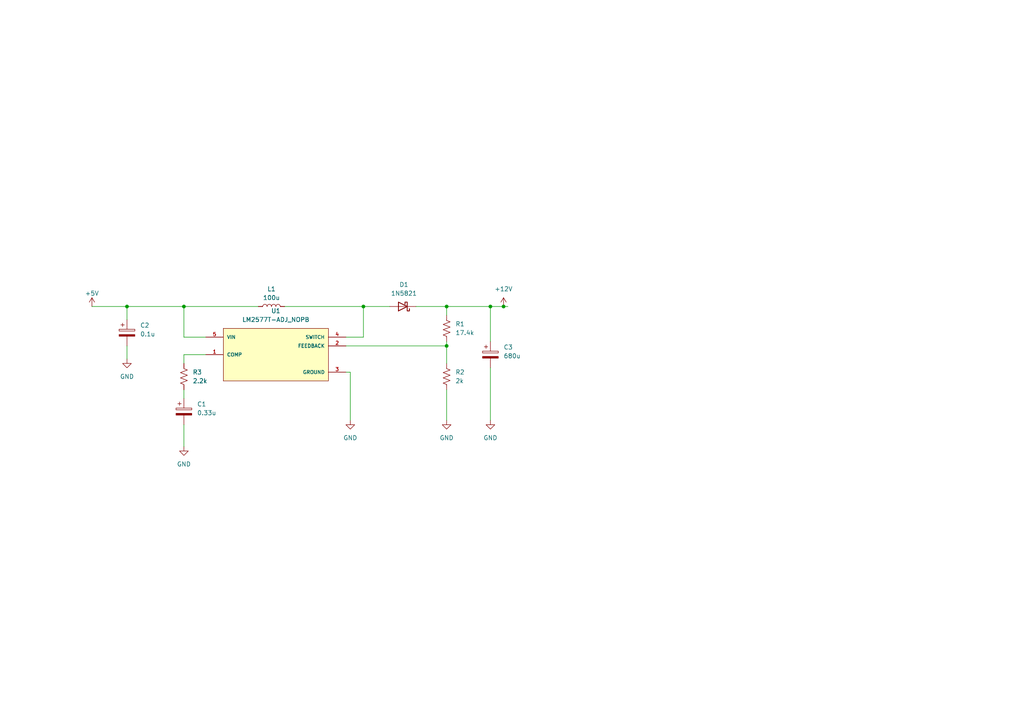
<source format=kicad_sch>
(kicad_sch (version 20230121) (generator eeschema)

  (uuid 12b623c8-eb9d-48e4-a6a1-1528014fcd9a)

  (paper "A4")

  (lib_symbols
    (symbol "Device:C_Polarized" (pin_numbers hide) (pin_names (offset 0.254)) (in_bom yes) (on_board yes)
      (property "Reference" "C" (at 0.635 2.54 0)
        (effects (font (size 1.27 1.27)) (justify left))
      )
      (property "Value" "C_Polarized" (at 0.635 -2.54 0)
        (effects (font (size 1.27 1.27)) (justify left))
      )
      (property "Footprint" "" (at 0.9652 -3.81 0)
        (effects (font (size 1.27 1.27)) hide)
      )
      (property "Datasheet" "~" (at 0 0 0)
        (effects (font (size 1.27 1.27)) hide)
      )
      (property "ki_keywords" "cap capacitor" (at 0 0 0)
        (effects (font (size 1.27 1.27)) hide)
      )
      (property "ki_description" "Polarized capacitor" (at 0 0 0)
        (effects (font (size 1.27 1.27)) hide)
      )
      (property "ki_fp_filters" "CP_*" (at 0 0 0)
        (effects (font (size 1.27 1.27)) hide)
      )
      (symbol "C_Polarized_0_1"
        (rectangle (start -2.286 0.508) (end 2.286 1.016)
          (stroke (width 0) (type default))
          (fill (type none))
        )
        (polyline
          (pts
            (xy -1.778 2.286)
            (xy -0.762 2.286)
          )
          (stroke (width 0) (type default))
          (fill (type none))
        )
        (polyline
          (pts
            (xy -1.27 2.794)
            (xy -1.27 1.778)
          )
          (stroke (width 0) (type default))
          (fill (type none))
        )
        (rectangle (start 2.286 -0.508) (end -2.286 -1.016)
          (stroke (width 0) (type default))
          (fill (type outline))
        )
      )
      (symbol "C_Polarized_1_1"
        (pin passive line (at 0 3.81 270) (length 2.794)
          (name "~" (effects (font (size 1.27 1.27))))
          (number "1" (effects (font (size 1.27 1.27))))
        )
        (pin passive line (at 0 -3.81 90) (length 2.794)
          (name "~" (effects (font (size 1.27 1.27))))
          (number "2" (effects (font (size 1.27 1.27))))
        )
      )
    )
    (symbol "Device:L" (pin_numbers hide) (pin_names (offset 1.016) hide) (in_bom yes) (on_board yes)
      (property "Reference" "L" (at -1.27 0 90)
        (effects (font (size 1.27 1.27)))
      )
      (property "Value" "L" (at 1.905 0 90)
        (effects (font (size 1.27 1.27)))
      )
      (property "Footprint" "" (at 0 0 0)
        (effects (font (size 1.27 1.27)) hide)
      )
      (property "Datasheet" "~" (at 0 0 0)
        (effects (font (size 1.27 1.27)) hide)
      )
      (property "ki_keywords" "inductor choke coil reactor magnetic" (at 0 0 0)
        (effects (font (size 1.27 1.27)) hide)
      )
      (property "ki_description" "Inductor" (at 0 0 0)
        (effects (font (size 1.27 1.27)) hide)
      )
      (property "ki_fp_filters" "Choke_* *Coil* Inductor_* L_*" (at 0 0 0)
        (effects (font (size 1.27 1.27)) hide)
      )
      (symbol "L_0_1"
        (arc (start 0 -2.54) (mid 0.6323 -1.905) (end 0 -1.27)
          (stroke (width 0) (type default))
          (fill (type none))
        )
        (arc (start 0 -1.27) (mid 0.6323 -0.635) (end 0 0)
          (stroke (width 0) (type default))
          (fill (type none))
        )
        (arc (start 0 0) (mid 0.6323 0.635) (end 0 1.27)
          (stroke (width 0) (type default))
          (fill (type none))
        )
        (arc (start 0 1.27) (mid 0.6323 1.905) (end 0 2.54)
          (stroke (width 0) (type default))
          (fill (type none))
        )
      )
      (symbol "L_1_1"
        (pin passive line (at 0 3.81 270) (length 1.27)
          (name "1" (effects (font (size 1.27 1.27))))
          (number "1" (effects (font (size 1.27 1.27))))
        )
        (pin passive line (at 0 -3.81 90) (length 1.27)
          (name "2" (effects (font (size 1.27 1.27))))
          (number "2" (effects (font (size 1.27 1.27))))
        )
      )
    )
    (symbol "Device:R_US" (pin_numbers hide) (pin_names (offset 0)) (in_bom yes) (on_board yes)
      (property "Reference" "R" (at 2.54 0 90)
        (effects (font (size 1.27 1.27)))
      )
      (property "Value" "R_US" (at -2.54 0 90)
        (effects (font (size 1.27 1.27)))
      )
      (property "Footprint" "" (at 1.016 -0.254 90)
        (effects (font (size 1.27 1.27)) hide)
      )
      (property "Datasheet" "~" (at 0 0 0)
        (effects (font (size 1.27 1.27)) hide)
      )
      (property "ki_keywords" "R res resistor" (at 0 0 0)
        (effects (font (size 1.27 1.27)) hide)
      )
      (property "ki_description" "Resistor, US symbol" (at 0 0 0)
        (effects (font (size 1.27 1.27)) hide)
      )
      (property "ki_fp_filters" "R_*" (at 0 0 0)
        (effects (font (size 1.27 1.27)) hide)
      )
      (symbol "R_US_0_1"
        (polyline
          (pts
            (xy 0 -2.286)
            (xy 0 -2.54)
          )
          (stroke (width 0) (type default))
          (fill (type none))
        )
        (polyline
          (pts
            (xy 0 2.286)
            (xy 0 2.54)
          )
          (stroke (width 0) (type default))
          (fill (type none))
        )
        (polyline
          (pts
            (xy 0 -0.762)
            (xy 1.016 -1.143)
            (xy 0 -1.524)
            (xy -1.016 -1.905)
            (xy 0 -2.286)
          )
          (stroke (width 0) (type default))
          (fill (type none))
        )
        (polyline
          (pts
            (xy 0 0.762)
            (xy 1.016 0.381)
            (xy 0 0)
            (xy -1.016 -0.381)
            (xy 0 -0.762)
          )
          (stroke (width 0) (type default))
          (fill (type none))
        )
        (polyline
          (pts
            (xy 0 2.286)
            (xy 1.016 1.905)
            (xy 0 1.524)
            (xy -1.016 1.143)
            (xy 0 0.762)
          )
          (stroke (width 0) (type default))
          (fill (type none))
        )
      )
      (symbol "R_US_1_1"
        (pin passive line (at 0 3.81 270) (length 1.27)
          (name "~" (effects (font (size 1.27 1.27))))
          (number "1" (effects (font (size 1.27 1.27))))
        )
        (pin passive line (at 0 -3.81 90) (length 1.27)
          (name "~" (effects (font (size 1.27 1.27))))
          (number "2" (effects (font (size 1.27 1.27))))
        )
      )
    )
    (symbol "Diode:1N5821" (pin_numbers hide) (pin_names (offset 1.016) hide) (in_bom yes) (on_board yes)
      (property "Reference" "D" (at 0 2.54 0)
        (effects (font (size 1.27 1.27)))
      )
      (property "Value" "1N5821" (at 0 -2.54 0)
        (effects (font (size 1.27 1.27)))
      )
      (property "Footprint" "Diode_THT:D_DO-201AD_P15.24mm_Horizontal" (at 0 -4.445 0)
        (effects (font (size 1.27 1.27)) hide)
      )
      (property "Datasheet" "http://www.vishay.com/docs/88526/1n5820.pdf" (at 0 0 0)
        (effects (font (size 1.27 1.27)) hide)
      )
      (property "ki_keywords" "diode Schottky" (at 0 0 0)
        (effects (font (size 1.27 1.27)) hide)
      )
      (property "ki_description" "30V 3A Schottky Barrier Rectifier Diode, DO-201AD" (at 0 0 0)
        (effects (font (size 1.27 1.27)) hide)
      )
      (property "ki_fp_filters" "D*DO?201AD*" (at 0 0 0)
        (effects (font (size 1.27 1.27)) hide)
      )
      (symbol "1N5821_0_1"
        (polyline
          (pts
            (xy 1.27 0)
            (xy -1.27 0)
          )
          (stroke (width 0) (type default))
          (fill (type none))
        )
        (polyline
          (pts
            (xy 1.27 1.27)
            (xy 1.27 -1.27)
            (xy -1.27 0)
            (xy 1.27 1.27)
          )
          (stroke (width 0.254) (type default))
          (fill (type none))
        )
        (polyline
          (pts
            (xy -1.905 0.635)
            (xy -1.905 1.27)
            (xy -1.27 1.27)
            (xy -1.27 -1.27)
            (xy -0.635 -1.27)
            (xy -0.635 -0.635)
          )
          (stroke (width 0.254) (type default))
          (fill (type none))
        )
      )
      (symbol "1N5821_1_1"
        (pin passive line (at -3.81 0 0) (length 2.54)
          (name "K" (effects (font (size 1.27 1.27))))
          (number "1" (effects (font (size 1.27 1.27))))
        )
        (pin passive line (at 3.81 0 180) (length 2.54)
          (name "A" (effects (font (size 1.27 1.27))))
          (number "2" (effects (font (size 1.27 1.27))))
        )
      )
    )
    (symbol "LM2577T-ADJ_NOPB:LM2577T-ADJ_NOPB" (pin_names (offset 1.016)) (in_bom yes) (on_board yes)
      (property "Reference" "U" (at -15.24 8.382 0)
        (effects (font (size 1.27 1.27)) (justify left bottom))
      )
      (property "Value" "LM2577T-ADJ_NOPB" (at -15.24 -10.16 0)
        (effects (font (size 1.27 1.27)) (justify left bottom))
      )
      (property "Footprint" "LM2577T-ADJ_NOPB:VREG_LM2577T-ADJ_NOPB" (at 0 0 0)
        (effects (font (size 1.27 1.27)) (justify bottom) hide)
      )
      (property "Datasheet" "" (at 0 0 0)
        (effects (font (size 1.27 1.27)) hide)
      )
      (property "MF" "Texas Instruments" (at 0 0 0)
        (effects (font (size 1.27 1.27)) (justify bottom) hide)
      )
      (property "MAXIMUM_PACKAGE_HEIGHT" "18.11mm" (at 0 0 0)
        (effects (font (size 1.27 1.27)) (justify bottom) hide)
      )
      (property "Package" "TO-220-5 Texas Instruments" (at 0 0 0)
        (effects (font (size 1.27 1.27)) (justify bottom) hide)
      )
      (property "Price" "None" (at 0 0 0)
        (effects (font (size 1.27 1.27)) (justify bottom) hide)
      )
      (property "Check_prices" "https://www.snapeda.com/parts/LM2577T-ADJ/Texas+Instruments/view-part/?ref=eda" (at 0 0 0)
        (effects (font (size 1.27 1.27)) (justify bottom) hide)
      )
      (property "STANDARD" "Manufacturer Recommendation" (at 0 0 0)
        (effects (font (size 1.27 1.27)) (justify bottom) hide)
      )
      (property "PARTREV" "D" (at 0 0 0)
        (effects (font (size 1.27 1.27)) (justify bottom) hide)
      )
      (property "SnapEDA_Link" "https://www.snapeda.com/parts/LM2577T-ADJ/Texas+Instruments/view-part/?ref=snap" (at 0 0 0)
        (effects (font (size 1.27 1.27)) (justify bottom) hide)
      )
      (property "MP" "LM2577T-ADJ" (at 0 0 0)
        (effects (font (size 1.27 1.27)) (justify bottom) hide)
      )
      (property "Purchase-URL" "https://www.snapeda.com/api/url_track_click_mouser/?unipart_id=230288&manufacturer=Texas Instruments&part_name=LM2577T-ADJ&search_term=lm2577" (at 0 0 0)
        (effects (font (size 1.27 1.27)) (justify bottom) hide)
      )
      (property "Description" "\nSIMPLE SWITCHER&reg; 3.5V to 40V, 3A Low Component Count Step-Up Regulator 5-TO-220 -40 to 125\n" (at 0 0 0)
        (effects (font (size 1.27 1.27)) (justify bottom) hide)
      )
      (property "Availability" "In Stock" (at 0 0 0)
        (effects (font (size 1.27 1.27)) (justify bottom) hide)
      )
      (property "MANUFACTURER" "Texas Instruments" (at 0 0 0)
        (effects (font (size 1.27 1.27)) (justify bottom) hide)
      )
      (symbol "LM2577T-ADJ_NOPB_0_0"
        (rectangle (start -15.24 -7.62) (end 15.24 7.62)
          (stroke (width 0.1524) (type default))
          (fill (type background))
        )
        (pin passive line (at -20.32 0 0) (length 5.08)
          (name "COMP" (effects (font (size 1.016 1.016))))
          (number "1" (effects (font (size 1.016 1.016))))
        )
        (pin input line (at 20.32 2.54 180) (length 5.08)
          (name "FEEDBACK" (effects (font (size 1.016 1.016))))
          (number "2" (effects (font (size 1.016 1.016))))
        )
        (pin power_in line (at 20.32 -5.08 180) (length 5.08)
          (name "GROUND" (effects (font (size 1.016 1.016))))
          (number "3" (effects (font (size 1.016 1.016))))
        )
        (pin output line (at 20.32 5.08 180) (length 5.08)
          (name "SWITCH" (effects (font (size 1.016 1.016))))
          (number "4" (effects (font (size 1.016 1.016))))
        )
        (pin input line (at -20.32 5.08 0) (length 5.08)
          (name "VIN" (effects (font (size 1.016 1.016))))
          (number "5" (effects (font (size 1.016 1.016))))
        )
      )
    )
    (symbol "power:+12V" (power) (pin_names (offset 0)) (in_bom yes) (on_board yes)
      (property "Reference" "#PWR" (at 0 -3.81 0)
        (effects (font (size 1.27 1.27)) hide)
      )
      (property "Value" "+12V" (at 0 3.556 0)
        (effects (font (size 1.27 1.27)))
      )
      (property "Footprint" "" (at 0 0 0)
        (effects (font (size 1.27 1.27)) hide)
      )
      (property "Datasheet" "" (at 0 0 0)
        (effects (font (size 1.27 1.27)) hide)
      )
      (property "ki_keywords" "global power" (at 0 0 0)
        (effects (font (size 1.27 1.27)) hide)
      )
      (property "ki_description" "Power symbol creates a global label with name \"+12V\"" (at 0 0 0)
        (effects (font (size 1.27 1.27)) hide)
      )
      (symbol "+12V_0_1"
        (polyline
          (pts
            (xy -0.762 1.27)
            (xy 0 2.54)
          )
          (stroke (width 0) (type default))
          (fill (type none))
        )
        (polyline
          (pts
            (xy 0 0)
            (xy 0 2.54)
          )
          (stroke (width 0) (type default))
          (fill (type none))
        )
        (polyline
          (pts
            (xy 0 2.54)
            (xy 0.762 1.27)
          )
          (stroke (width 0) (type default))
          (fill (type none))
        )
      )
      (symbol "+12V_1_1"
        (pin power_in line (at 0 0 90) (length 0) hide
          (name "+12V" (effects (font (size 1.27 1.27))))
          (number "1" (effects (font (size 1.27 1.27))))
        )
      )
    )
    (symbol "power:+5V" (power) (pin_names (offset 0)) (in_bom yes) (on_board yes)
      (property "Reference" "#PWR" (at 0 -3.81 0)
        (effects (font (size 1.27 1.27)) hide)
      )
      (property "Value" "+5V" (at 0 3.556 0)
        (effects (font (size 1.27 1.27)))
      )
      (property "Footprint" "" (at 0 0 0)
        (effects (font (size 1.27 1.27)) hide)
      )
      (property "Datasheet" "" (at 0 0 0)
        (effects (font (size 1.27 1.27)) hide)
      )
      (property "ki_keywords" "global power" (at 0 0 0)
        (effects (font (size 1.27 1.27)) hide)
      )
      (property "ki_description" "Power symbol creates a global label with name \"+5V\"" (at 0 0 0)
        (effects (font (size 1.27 1.27)) hide)
      )
      (symbol "+5V_0_1"
        (polyline
          (pts
            (xy -0.762 1.27)
            (xy 0 2.54)
          )
          (stroke (width 0) (type default))
          (fill (type none))
        )
        (polyline
          (pts
            (xy 0 0)
            (xy 0 2.54)
          )
          (stroke (width 0) (type default))
          (fill (type none))
        )
        (polyline
          (pts
            (xy 0 2.54)
            (xy 0.762 1.27)
          )
          (stroke (width 0) (type default))
          (fill (type none))
        )
      )
      (symbol "+5V_1_1"
        (pin power_in line (at 0 0 90) (length 0) hide
          (name "+5V" (effects (font (size 1.27 1.27))))
          (number "1" (effects (font (size 1.27 1.27))))
        )
      )
    )
    (symbol "power:GND" (power) (pin_names (offset 0)) (in_bom yes) (on_board yes)
      (property "Reference" "#PWR" (at 0 -6.35 0)
        (effects (font (size 1.27 1.27)) hide)
      )
      (property "Value" "GND" (at 0 -3.81 0)
        (effects (font (size 1.27 1.27)))
      )
      (property "Footprint" "" (at 0 0 0)
        (effects (font (size 1.27 1.27)) hide)
      )
      (property "Datasheet" "" (at 0 0 0)
        (effects (font (size 1.27 1.27)) hide)
      )
      (property "ki_keywords" "global power" (at 0 0 0)
        (effects (font (size 1.27 1.27)) hide)
      )
      (property "ki_description" "Power symbol creates a global label with name \"GND\" , ground" (at 0 0 0)
        (effects (font (size 1.27 1.27)) hide)
      )
      (symbol "GND_0_1"
        (polyline
          (pts
            (xy 0 0)
            (xy 0 -1.27)
            (xy 1.27 -1.27)
            (xy 0 -2.54)
            (xy -1.27 -1.27)
            (xy 0 -1.27)
          )
          (stroke (width 0) (type default))
          (fill (type none))
        )
      )
      (symbol "GND_1_1"
        (pin power_in line (at 0 0 270) (length 0) hide
          (name "GND" (effects (font (size 1.27 1.27))))
          (number "1" (effects (font (size 1.27 1.27))))
        )
      )
    )
  )

  (junction (at 105.41 88.9) (diameter 0) (color 0 0 0 0)
    (uuid 0d356a88-a9fb-49ac-8a07-26401226e5a0)
  )
  (junction (at 129.54 88.9) (diameter 0) (color 0 0 0 0)
    (uuid 1da5fda5-1108-4af6-9220-b56388544205)
  )
  (junction (at 53.34 88.9) (diameter 0) (color 0 0 0 0)
    (uuid 39f9d7e3-eeca-46c4-ba06-0df01cfca905)
  )
  (junction (at 129.54 100.33) (diameter 0) (color 0 0 0 0)
    (uuid 3c2ea0d2-0c74-4558-97d5-6110fa9c0cbe)
  )
  (junction (at 142.24 88.9) (diameter 0) (color 0 0 0 0)
    (uuid 5f3bf381-5722-45a2-96ea-c78eb07e9069)
  )
  (junction (at 36.83 88.9) (diameter 0) (color 0 0 0 0)
    (uuid ab53df04-baa9-4b4a-b988-3b0a50cc58e0)
  )
  (junction (at 146.05 88.9) (diameter 0) (color 0 0 0 0)
    (uuid dd9d8ead-8af2-4e04-afa8-88b1f2457dac)
  )

  (wire (pts (xy 105.41 88.9) (xy 113.03 88.9))
    (stroke (width 0) (type default))
    (uuid 114f72bc-4122-4511-815b-e46b8e421fbe)
  )
  (wire (pts (xy 142.24 106.68) (xy 142.24 121.92))
    (stroke (width 0) (type default))
    (uuid 1b25c07b-4ff6-446c-9c3b-00600e904c82)
  )
  (wire (pts (xy 100.33 107.95) (xy 101.6 107.95))
    (stroke (width 0) (type default))
    (uuid 2d5ec5e7-49f7-4d8f-be4e-41825f2e0df8)
  )
  (wire (pts (xy 120.65 88.9) (xy 129.54 88.9))
    (stroke (width 0) (type default))
    (uuid 2d5f7b59-cdf6-40ab-9e38-7493ff27f1d7)
  )
  (wire (pts (xy 101.6 107.95) (xy 101.6 121.92))
    (stroke (width 0) (type default))
    (uuid 32c36b01-6f9b-44c8-9227-aecc5e4ad7f5)
  )
  (wire (pts (xy 36.83 100.33) (xy 36.83 104.14))
    (stroke (width 0) (type default))
    (uuid 64a7ec8f-280c-436b-b15a-6c6062015716)
  )
  (wire (pts (xy 53.34 113.03) (xy 53.34 115.57))
    (stroke (width 0) (type default))
    (uuid 64d7acc6-9d00-499e-a318-ec9ce8954cb1)
  )
  (wire (pts (xy 100.33 100.33) (xy 129.54 100.33))
    (stroke (width 0) (type default))
    (uuid 704afc80-ca30-4266-901b-17d58869aceb)
  )
  (wire (pts (xy 53.34 123.19) (xy 53.34 129.54))
    (stroke (width 0) (type default))
    (uuid 82f0aefe-1708-4c4e-b21c-ae0cddf888b4)
  )
  (wire (pts (xy 105.41 88.9) (xy 105.41 97.79))
    (stroke (width 0) (type default))
    (uuid 82f6b993-27d7-4cc8-acbb-125f5a0fe88c)
  )
  (wire (pts (xy 129.54 113.03) (xy 129.54 121.92))
    (stroke (width 0) (type default))
    (uuid 8434d10e-3b0e-40f6-a05f-e287e6227447)
  )
  (wire (pts (xy 36.83 88.9) (xy 36.83 92.71))
    (stroke (width 0) (type default))
    (uuid 852ce6a9-a874-4797-b5ca-bc978e2a905a)
  )
  (wire (pts (xy 129.54 88.9) (xy 142.24 88.9))
    (stroke (width 0) (type default))
    (uuid 88d81c40-e590-4aff-a029-1e198e65cb21)
  )
  (wire (pts (xy 82.55 88.9) (xy 105.41 88.9))
    (stroke (width 0) (type default))
    (uuid 9022c10b-656e-48a2-8ed2-ba1ba16c7088)
  )
  (wire (pts (xy 105.41 97.79) (xy 100.33 97.79))
    (stroke (width 0) (type default))
    (uuid 91eab966-8109-4db7-b5bf-abbed9c498c6)
  )
  (wire (pts (xy 36.83 88.9) (xy 53.34 88.9))
    (stroke (width 0) (type default))
    (uuid 977f2f63-c6eb-4303-982a-95ed6d85ec08)
  )
  (wire (pts (xy 53.34 88.9) (xy 74.93 88.9))
    (stroke (width 0) (type default))
    (uuid a359d1ca-ab8c-4432-82b1-59dcbf61e704)
  )
  (wire (pts (xy 26.67 88.9) (xy 36.83 88.9))
    (stroke (width 0) (type default))
    (uuid a74ed05f-973a-4b64-8785-10f16524ab66)
  )
  (wire (pts (xy 129.54 100.33) (xy 129.54 105.41))
    (stroke (width 0) (type default))
    (uuid aaa86b74-d65d-4ce5-bf59-e1e5f8e7f494)
  )
  (wire (pts (xy 142.24 88.9) (xy 146.05 88.9))
    (stroke (width 0) (type default))
    (uuid aad3cfce-3ee1-46da-8b1d-6f5b944851eb)
  )
  (wire (pts (xy 59.69 102.87) (xy 53.34 102.87))
    (stroke (width 0) (type default))
    (uuid b4b798d9-04cc-49d5-bbdc-11a89b2c09d4)
  )
  (wire (pts (xy 142.24 88.9) (xy 142.24 99.06))
    (stroke (width 0) (type default))
    (uuid c7170ab1-f99c-4f30-bb41-3e3093397fc9)
  )
  (wire (pts (xy 146.05 88.9) (xy 147.32 88.9))
    (stroke (width 0) (type default))
    (uuid d3933f41-0253-4d6d-9ea4-1da1684382ed)
  )
  (wire (pts (xy 53.34 102.87) (xy 53.34 105.41))
    (stroke (width 0) (type default))
    (uuid db50e2f4-1f6a-4ce5-9608-55bd022fb42e)
  )
  (wire (pts (xy 53.34 97.79) (xy 53.34 88.9))
    (stroke (width 0) (type default))
    (uuid dc13814d-a34d-462e-9593-7a12ab29ed18)
  )
  (wire (pts (xy 129.54 100.33) (xy 129.54 99.06))
    (stroke (width 0) (type default))
    (uuid ef2c2709-a61c-4cbf-b464-ffd201d0db09)
  )
  (wire (pts (xy 129.54 91.44) (xy 129.54 88.9))
    (stroke (width 0) (type default))
    (uuid efeca28e-81c4-4329-9fac-7882448f03e0)
  )
  (wire (pts (xy 59.69 97.79) (xy 53.34 97.79))
    (stroke (width 0) (type default))
    (uuid f075fdc4-7c62-440c-ab87-ed4af1ec0c17)
  )

  (symbol (lib_id "LM2577T-ADJ_NOPB:LM2577T-ADJ_NOPB") (at 80.01 102.87 0) (unit 1)
    (in_bom yes) (on_board yes) (dnp no) (fields_autoplaced)
    (uuid 03f2298e-daad-49e0-92c6-d323c62a2254)
    (property "Reference" "U1" (at 80.01 90.17 0)
      (effects (font (size 1.27 1.27)))
    )
    (property "Value" "LM2577T-ADJ_NOPB" (at 80.01 92.71 0)
      (effects (font (size 1.27 1.27)))
    )
    (property "Footprint" "LM2577T-ADJ_NOPB:VREG_LM2577T-ADJ_NOPB" (at 80.01 102.87 0)
      (effects (font (size 1.27 1.27)) (justify bottom) hide)
    )
    (property "Datasheet" "" (at 80.01 102.87 0)
      (effects (font (size 1.27 1.27)) hide)
    )
    (property "MF" "Texas Instruments" (at 80.01 102.87 0)
      (effects (font (size 1.27 1.27)) (justify bottom) hide)
    )
    (property "MAXIMUM_PACKAGE_HEIGHT" "18.11mm" (at 80.01 102.87 0)
      (effects (font (size 1.27 1.27)) (justify bottom) hide)
    )
    (property "Package" "TO-220-5 Texas Instruments" (at 80.01 102.87 0)
      (effects (font (size 1.27 1.27)) (justify bottom) hide)
    )
    (property "Price" "None" (at 80.01 102.87 0)
      (effects (font (size 1.27 1.27)) (justify bottom) hide)
    )
    (property "Check_prices" "https://www.snapeda.com/parts/LM2577T-ADJ/Texas+Instruments/view-part/?ref=eda" (at 80.01 102.87 0)
      (effects (font (size 1.27 1.27)) (justify bottom) hide)
    )
    (property "STANDARD" "Manufacturer Recommendation" (at 80.01 102.87 0)
      (effects (font (size 1.27 1.27)) (justify bottom) hide)
    )
    (property "PARTREV" "D" (at 80.01 102.87 0)
      (effects (font (size 1.27 1.27)) (justify bottom) hide)
    )
    (property "SnapEDA_Link" "https://www.snapeda.com/parts/LM2577T-ADJ/Texas+Instruments/view-part/?ref=snap" (at 80.01 102.87 0)
      (effects (font (size 1.27 1.27)) (justify bottom) hide)
    )
    (property "MP" "LM2577T-ADJ" (at 80.01 102.87 0)
      (effects (font (size 1.27 1.27)) (justify bottom) hide)
    )
    (property "Purchase-URL" "https://www.snapeda.com/api/url_track_click_mouser/?unipart_id=230288&manufacturer=Texas Instruments&part_name=LM2577T-ADJ&search_term=lm2577" (at 80.01 102.87 0)
      (effects (font (size 1.27 1.27)) (justify bottom) hide)
    )
    (property "Description" "\nSIMPLE SWITCHER&reg; 3.5V to 40V, 3A Low Component Count Step-Up Regulator 5-TO-220 -40 to 125\n" (at 80.01 102.87 0)
      (effects (font (size 1.27 1.27)) (justify bottom) hide)
    )
    (property "Availability" "In Stock" (at 80.01 102.87 0)
      (effects (font (size 1.27 1.27)) (justify bottom) hide)
    )
    (property "MANUFACTURER" "Texas Instruments" (at 80.01 102.87 0)
      (effects (font (size 1.27 1.27)) (justify bottom) hide)
    )
    (pin "5" (uuid 079accd7-6284-4248-91ec-ce079f27724d))
    (pin "4" (uuid 0685df02-eb56-4869-a4a9-b4d758926cbb))
    (pin "2" (uuid 15ab56b8-6241-4cc2-aadc-ace9350ddc1a))
    (pin "3" (uuid 88ac4944-6532-4157-b73e-6c753b4d8dd0))
    (pin "1" (uuid 618dae31-bd81-4667-863b-d94f0739aab4))
    (instances
      (project "PowerBoost_PCB"
        (path "/12b623c8-eb9d-48e4-a6a1-1528014fcd9a"
          (reference "U1") (unit 1)
        )
      )
    )
  )

  (symbol (lib_id "Device:R_US") (at 129.54 109.22 0) (unit 1)
    (in_bom yes) (on_board yes) (dnp no) (fields_autoplaced)
    (uuid 09060314-9f61-40f2-9444-9ed3b761960d)
    (property "Reference" "R2" (at 132.08 107.95 0)
      (effects (font (size 1.27 1.27)) (justify left))
    )
    (property "Value" "2k" (at 132.08 110.49 0)
      (effects (font (size 1.27 1.27)) (justify left))
    )
    (property "Footprint" "Resistor_THT:R_Axial_DIN0204_L3.6mm_D1.6mm_P7.62mm_Horizontal" (at 130.556 109.474 90)
      (effects (font (size 1.27 1.27)) hide)
    )
    (property "Datasheet" "~" (at 129.54 109.22 0)
      (effects (font (size 1.27 1.27)) hide)
    )
    (pin "1" (uuid ea3dd118-7dc5-495b-892a-8265bab91942))
    (pin "2" (uuid 3dbc7b5e-acca-4343-aa04-b2fa158ff71a))
    (instances
      (project "PowerBoost_PCB"
        (path "/12b623c8-eb9d-48e4-a6a1-1528014fcd9a"
          (reference "R2") (unit 1)
        )
      )
    )
  )

  (symbol (lib_id "Diode:1N5821") (at 116.84 88.9 180) (unit 1)
    (in_bom yes) (on_board yes) (dnp no) (fields_autoplaced)
    (uuid 46646a4a-7285-4b37-8848-0e6a39a2d9ee)
    (property "Reference" "D1" (at 117.1575 82.55 0)
      (effects (font (size 1.27 1.27)))
    )
    (property "Value" "1N5821" (at 117.1575 85.09 0)
      (effects (font (size 1.27 1.27)))
    )
    (property "Footprint" "Diode_THT:D_DO-201AD_P15.24mm_Horizontal" (at 116.84 84.455 0)
      (effects (font (size 1.27 1.27)) hide)
    )
    (property "Datasheet" "http://www.vishay.com/docs/88526/1n5820.pdf" (at 116.84 88.9 0)
      (effects (font (size 1.27 1.27)) hide)
    )
    (pin "2" (uuid 99119572-839c-459f-bf8d-542c0251ce5f))
    (pin "1" (uuid e795ea88-d6f4-416a-8c51-dc4156dc3d83))
    (instances
      (project "PowerBoost_PCB"
        (path "/12b623c8-eb9d-48e4-a6a1-1528014fcd9a"
          (reference "D1") (unit 1)
        )
      )
    )
  )

  (symbol (lib_id "power:GND") (at 53.34 129.54 0) (unit 1)
    (in_bom yes) (on_board yes) (dnp no) (fields_autoplaced)
    (uuid 4cc3b455-5e75-4daf-9efd-2a4182f44eff)
    (property "Reference" "#PWR04" (at 53.34 135.89 0)
      (effects (font (size 1.27 1.27)) hide)
    )
    (property "Value" "GND" (at 53.34 134.62 0)
      (effects (font (size 1.27 1.27)))
    )
    (property "Footprint" "" (at 53.34 129.54 0)
      (effects (font (size 1.27 1.27)) hide)
    )
    (property "Datasheet" "" (at 53.34 129.54 0)
      (effects (font (size 1.27 1.27)) hide)
    )
    (pin "1" (uuid 358a7e7f-b3e1-4342-b049-4f9aa61d5217))
    (instances
      (project "PowerBoost_PCB"
        (path "/12b623c8-eb9d-48e4-a6a1-1528014fcd9a"
          (reference "#PWR04") (unit 1)
        )
      )
    )
  )

  (symbol (lib_id "power:+5V") (at 26.67 88.9 0) (unit 1)
    (in_bom yes) (on_board yes) (dnp no)
    (uuid 5a5704ab-d25f-4e0a-af3a-86c57a7ed884)
    (property "Reference" "#PWR06" (at 26.67 92.71 0)
      (effects (font (size 1.27 1.27)) hide)
    )
    (property "Value" "+5V" (at 26.67 85.09 0)
      (effects (font (size 1.27 1.27)))
    )
    (property "Footprint" "" (at 26.67 88.9 0)
      (effects (font (size 1.27 1.27)) hide)
    )
    (property "Datasheet" "" (at 26.67 88.9 0)
      (effects (font (size 1.27 1.27)) hide)
    )
    (pin "1" (uuid 7e196714-ffb9-4e85-ba4a-aef074513969))
    (instances
      (project "PowerBoost_PCB"
        (path "/12b623c8-eb9d-48e4-a6a1-1528014fcd9a"
          (reference "#PWR06") (unit 1)
        )
      )
    )
  )

  (symbol (lib_id "Device:R_US") (at 53.34 109.22 0) (unit 1)
    (in_bom yes) (on_board yes) (dnp no) (fields_autoplaced)
    (uuid 5f774212-362e-4891-bcfd-bab6b837879c)
    (property "Reference" "R3" (at 55.88 107.95 0)
      (effects (font (size 1.27 1.27)) (justify left))
    )
    (property "Value" "2.2k" (at 55.88 110.49 0)
      (effects (font (size 1.27 1.27)) (justify left))
    )
    (property "Footprint" "Resistor_THT:R_Axial_DIN0204_L3.6mm_D1.6mm_P7.62mm_Horizontal" (at 54.356 109.474 90)
      (effects (font (size 1.27 1.27)) hide)
    )
    (property "Datasheet" "~" (at 53.34 109.22 0)
      (effects (font (size 1.27 1.27)) hide)
    )
    (pin "2" (uuid 8f67039b-2050-46ef-bf7e-16dbc8f6414e))
    (pin "1" (uuid 02110ead-a6d6-439d-88ec-8bd2bf95be6e))
    (instances
      (project "PowerBoost_PCB"
        (path "/12b623c8-eb9d-48e4-a6a1-1528014fcd9a"
          (reference "R3") (unit 1)
        )
      )
    )
  )

  (symbol (lib_id "power:GND") (at 36.83 104.14 0) (unit 1)
    (in_bom yes) (on_board yes) (dnp no)
    (uuid 61ec221a-c2b7-4f9b-bd11-114e546d9035)
    (property "Reference" "#PWR05" (at 36.83 110.49 0)
      (effects (font (size 1.27 1.27)) hide)
    )
    (property "Value" "GND" (at 36.83 109.22 0)
      (effects (font (size 1.27 1.27)))
    )
    (property "Footprint" "" (at 36.83 104.14 0)
      (effects (font (size 1.27 1.27)) hide)
    )
    (property "Datasheet" "" (at 36.83 104.14 0)
      (effects (font (size 1.27 1.27)) hide)
    )
    (pin "1" (uuid 72109b20-f049-4ebe-91a5-8742427fccff))
    (instances
      (project "PowerBoost_PCB"
        (path "/12b623c8-eb9d-48e4-a6a1-1528014fcd9a"
          (reference "#PWR05") (unit 1)
        )
      )
    )
  )

  (symbol (lib_id "power:+12V") (at 146.05 88.9 0) (unit 1)
    (in_bom yes) (on_board yes) (dnp no) (fields_autoplaced)
    (uuid 727070fe-fd53-4faa-bc0c-f9742baf8e6b)
    (property "Reference" "#PWR07" (at 146.05 92.71 0)
      (effects (font (size 1.27 1.27)) hide)
    )
    (property "Value" "+12V" (at 146.05 83.82 0)
      (effects (font (size 1.27 1.27)))
    )
    (property "Footprint" "" (at 146.05 88.9 0)
      (effects (font (size 1.27 1.27)) hide)
    )
    (property "Datasheet" "" (at 146.05 88.9 0)
      (effects (font (size 1.27 1.27)) hide)
    )
    (pin "1" (uuid 0da7ac1b-9455-4b18-acac-7615ad6a962c))
    (instances
      (project "PowerBoost_PCB"
        (path "/12b623c8-eb9d-48e4-a6a1-1528014fcd9a"
          (reference "#PWR07") (unit 1)
        )
      )
    )
  )

  (symbol (lib_id "power:GND") (at 129.54 121.92 0) (unit 1)
    (in_bom yes) (on_board yes) (dnp no) (fields_autoplaced)
    (uuid 7b6607ff-a2f6-4967-a2f6-f03b4021e748)
    (property "Reference" "#PWR01" (at 129.54 128.27 0)
      (effects (font (size 1.27 1.27)) hide)
    )
    (property "Value" "GND" (at 129.54 127 0)
      (effects (font (size 1.27 1.27)))
    )
    (property "Footprint" "" (at 129.54 121.92 0)
      (effects (font (size 1.27 1.27)) hide)
    )
    (property "Datasheet" "" (at 129.54 121.92 0)
      (effects (font (size 1.27 1.27)) hide)
    )
    (pin "1" (uuid 8abaa664-140c-48b8-8967-20aaf2ba267c))
    (instances
      (project "PowerBoost_PCB"
        (path "/12b623c8-eb9d-48e4-a6a1-1528014fcd9a"
          (reference "#PWR01") (unit 1)
        )
      )
    )
  )

  (symbol (lib_id "Device:C_Polarized") (at 53.34 119.38 0) (unit 1)
    (in_bom yes) (on_board yes) (dnp no) (fields_autoplaced)
    (uuid 812825ad-cb2a-43ea-a093-c298ffb88bad)
    (property "Reference" "C1" (at 57.15 117.221 0)
      (effects (font (size 1.27 1.27)) (justify left))
    )
    (property "Value" "0.33u" (at 57.15 119.761 0)
      (effects (font (size 1.27 1.27)) (justify left))
    )
    (property "Footprint" "Capacitor_THT:CP_Radial_D10.0mm_P3.80mm" (at 54.3052 123.19 0)
      (effects (font (size 1.27 1.27)) hide)
    )
    (property "Datasheet" "~" (at 53.34 119.38 0)
      (effects (font (size 1.27 1.27)) hide)
    )
    (pin "1" (uuid b81e551e-3616-476a-b734-3f31e959ed8d))
    (pin "2" (uuid c92cb185-7292-45d4-9cd7-cdc306164272))
    (instances
      (project "PowerBoost_PCB"
        (path "/12b623c8-eb9d-48e4-a6a1-1528014fcd9a"
          (reference "C1") (unit 1)
        )
      )
    )
  )

  (symbol (lib_id "Device:C_Polarized") (at 142.24 102.87 0) (unit 1)
    (in_bom yes) (on_board yes) (dnp no) (fields_autoplaced)
    (uuid 9573628e-5800-466b-bce4-514f90774730)
    (property "Reference" "C3" (at 146.05 100.711 0)
      (effects (font (size 1.27 1.27)) (justify left))
    )
    (property "Value" "680u" (at 146.05 103.251 0)
      (effects (font (size 1.27 1.27)) (justify left))
    )
    (property "Footprint" "Capacitor_THT:CP_Radial_D10.0mm_P5.00mm" (at 143.2052 106.68 0)
      (effects (font (size 1.27 1.27)) hide)
    )
    (property "Datasheet" "~" (at 142.24 102.87 0)
      (effects (font (size 1.27 1.27)) hide)
    )
    (pin "2" (uuid 0d675dda-4fb4-4be5-a39d-fd456182e7b3))
    (pin "1" (uuid 0f4205a4-77a5-4225-83d3-869e8e75b874))
    (instances
      (project "PowerBoost_PCB"
        (path "/12b623c8-eb9d-48e4-a6a1-1528014fcd9a"
          (reference "C3") (unit 1)
        )
      )
    )
  )

  (symbol (lib_id "Device:R_US") (at 129.54 95.25 0) (unit 1)
    (in_bom yes) (on_board yes) (dnp no) (fields_autoplaced)
    (uuid a39f4afe-68bc-4def-b3ad-fd1360bef833)
    (property "Reference" "R1" (at 132.08 93.98 0)
      (effects (font (size 1.27 1.27)) (justify left))
    )
    (property "Value" "17.4k" (at 132.08 96.52 0)
      (effects (font (size 1.27 1.27)) (justify left))
    )
    (property "Footprint" "Resistor_THT:R_Axial_DIN0204_L3.6mm_D1.6mm_P7.62mm_Horizontal" (at 130.556 95.504 90)
      (effects (font (size 1.27 1.27)) hide)
    )
    (property "Datasheet" "~" (at 129.54 95.25 0)
      (effects (font (size 1.27 1.27)) hide)
    )
    (pin "2" (uuid 5721d0cb-40b1-472a-ac84-44e8d5622baf))
    (pin "1" (uuid 708a83c7-6244-4734-b005-da08b597ab1a))
    (instances
      (project "PowerBoost_PCB"
        (path "/12b623c8-eb9d-48e4-a6a1-1528014fcd9a"
          (reference "R1") (unit 1)
        )
      )
    )
  )

  (symbol (lib_id "Device:L") (at 78.74 88.9 90) (unit 1)
    (in_bom yes) (on_board yes) (dnp no) (fields_autoplaced)
    (uuid dc6d26b7-f7fe-4796-9e6f-29e5a5dc4d94)
    (property "Reference" "L1" (at 78.74 83.82 90)
      (effects (font (size 1.27 1.27)))
    )
    (property "Value" "100u" (at 78.74 86.36 90)
      (effects (font (size 1.27 1.27)))
    )
    (property "Footprint" "Inductor_THT:L_Radial_D10.0mm_P5.00mm_Fastron_07M" (at 78.74 88.9 0)
      (effects (font (size 1.27 1.27)) hide)
    )
    (property "Datasheet" "~" (at 78.74 88.9 0)
      (effects (font (size 1.27 1.27)) hide)
    )
    (pin "1" (uuid 560ad182-813b-451e-a1ef-9848e8222e33))
    (pin "2" (uuid 5144b230-090c-4bd5-ab66-796097015ee0))
    (instances
      (project "PowerBoost_PCB"
        (path "/12b623c8-eb9d-48e4-a6a1-1528014fcd9a"
          (reference "L1") (unit 1)
        )
      )
    )
  )

  (symbol (lib_id "Device:C_Polarized") (at 36.83 96.52 0) (unit 1)
    (in_bom yes) (on_board yes) (dnp no) (fields_autoplaced)
    (uuid e6e3fb47-7aaa-4456-bc3e-dc3308553620)
    (property "Reference" "C2" (at 40.64 94.361 0)
      (effects (font (size 1.27 1.27)) (justify left))
    )
    (property "Value" "0.1u" (at 40.64 96.901 0)
      (effects (font (size 1.27 1.27)) (justify left))
    )
    (property "Footprint" "Capacitor_THT:CP_Radial_D10.0mm_P3.80mm" (at 37.7952 100.33 0)
      (effects (font (size 1.27 1.27)) hide)
    )
    (property "Datasheet" "~" (at 36.83 96.52 0)
      (effects (font (size 1.27 1.27)) hide)
    )
    (pin "2" (uuid 574c3ebf-d06d-4b62-9e3a-f745f129f563))
    (pin "1" (uuid 51c199dc-bc2a-4867-a34b-d15080bb4e3f))
    (instances
      (project "PowerBoost_PCB"
        (path "/12b623c8-eb9d-48e4-a6a1-1528014fcd9a"
          (reference "C2") (unit 1)
        )
      )
    )
  )

  (symbol (lib_id "power:GND") (at 101.6 121.92 0) (unit 1)
    (in_bom yes) (on_board yes) (dnp no) (fields_autoplaced)
    (uuid e94534f4-4c42-4f36-a4cc-df0c9f9a42d1)
    (property "Reference" "#PWR02" (at 101.6 128.27 0)
      (effects (font (size 1.27 1.27)) hide)
    )
    (property "Value" "GND" (at 101.6 127 0)
      (effects (font (size 1.27 1.27)))
    )
    (property "Footprint" "" (at 101.6 121.92 0)
      (effects (font (size 1.27 1.27)) hide)
    )
    (property "Datasheet" "" (at 101.6 121.92 0)
      (effects (font (size 1.27 1.27)) hide)
    )
    (pin "1" (uuid 37c6367d-7560-4273-bcaf-b00ca35acb05))
    (instances
      (project "PowerBoost_PCB"
        (path "/12b623c8-eb9d-48e4-a6a1-1528014fcd9a"
          (reference "#PWR02") (unit 1)
        )
      )
    )
  )

  (symbol (lib_id "power:GND") (at 142.24 121.92 0) (unit 1)
    (in_bom yes) (on_board yes) (dnp no) (fields_autoplaced)
    (uuid f3971072-64a1-4ac6-9c94-7c4a4ecaa6ec)
    (property "Reference" "#PWR03" (at 142.24 128.27 0)
      (effects (font (size 1.27 1.27)) hide)
    )
    (property "Value" "GND" (at 142.24 127 0)
      (effects (font (size 1.27 1.27)))
    )
    (property "Footprint" "" (at 142.24 121.92 0)
      (effects (font (size 1.27 1.27)) hide)
    )
    (property "Datasheet" "" (at 142.24 121.92 0)
      (effects (font (size 1.27 1.27)) hide)
    )
    (pin "1" (uuid be164687-841c-4057-9464-79123d7d0ea2))
    (instances
      (project "PowerBoost_PCB"
        (path "/12b623c8-eb9d-48e4-a6a1-1528014fcd9a"
          (reference "#PWR03") (unit 1)
        )
      )
    )
  )

  (sheet_instances
    (path "/" (page "1"))
  )
)

</source>
